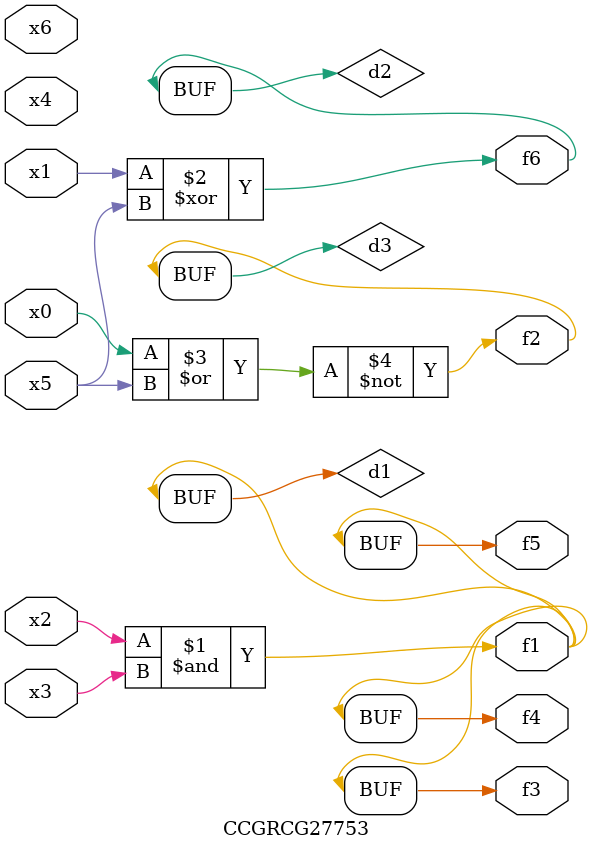
<source format=v>
module CCGRCG27753(
	input x0, x1, x2, x3, x4, x5, x6,
	output f1, f2, f3, f4, f5, f6
);

	wire d1, d2, d3;

	and (d1, x2, x3);
	xor (d2, x1, x5);
	nor (d3, x0, x5);
	assign f1 = d1;
	assign f2 = d3;
	assign f3 = d1;
	assign f4 = d1;
	assign f5 = d1;
	assign f6 = d2;
endmodule

</source>
